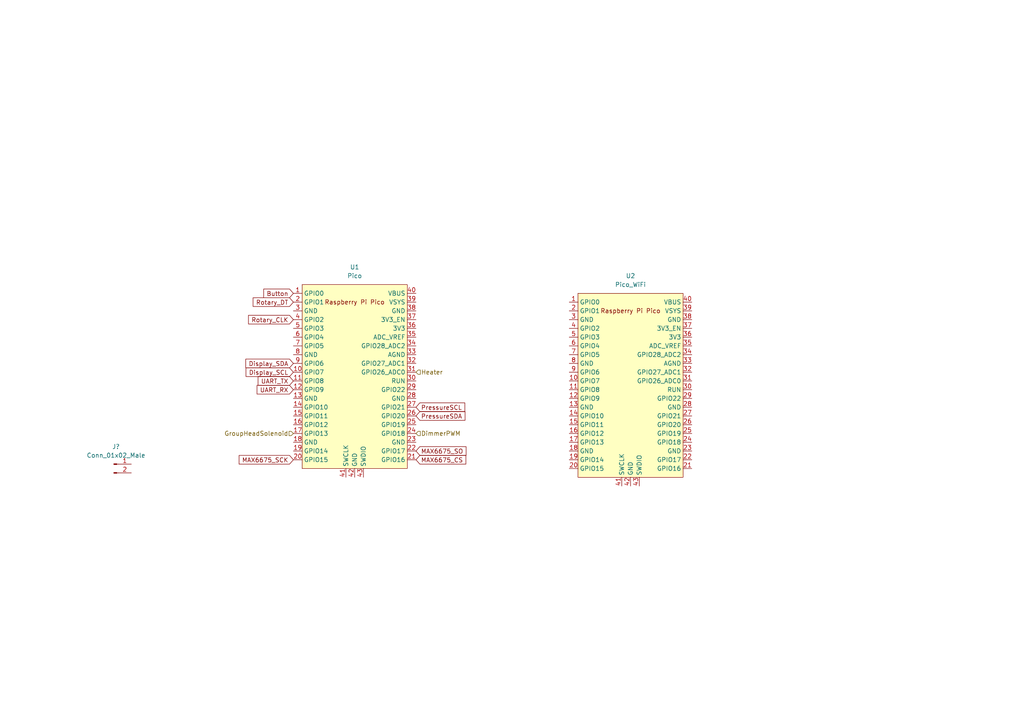
<source format=kicad_sch>
(kicad_sch (version 20211123) (generator eeschema)

  (uuid 231d93d6-c6fb-4ee1-80fe-e77067ba14f3)

  (paper "A4")

  (lib_symbols
    (symbol "Connector:Conn_01x02_Male" (pin_names (offset 1.016) hide) (in_bom yes) (on_board yes)
      (property "Reference" "J" (id 0) (at 0 2.54 0)
        (effects (font (size 1.27 1.27)))
      )
      (property "Value" "Conn_01x02_Male" (id 1) (at 0 -5.08 0)
        (effects (font (size 1.27 1.27)))
      )
      (property "Footprint" "" (id 2) (at 0 0 0)
        (effects (font (size 1.27 1.27)) hide)
      )
      (property "Datasheet" "~" (id 3) (at 0 0 0)
        (effects (font (size 1.27 1.27)) hide)
      )
      (property "ki_keywords" "connector" (id 4) (at 0 0 0)
        (effects (font (size 1.27 1.27)) hide)
      )
      (property "ki_description" "Generic connector, single row, 01x02, script generated (kicad-library-utils/schlib/autogen/connector/)" (id 5) (at 0 0 0)
        (effects (font (size 1.27 1.27)) hide)
      )
      (property "ki_fp_filters" "Connector*:*_1x??_*" (id 6) (at 0 0 0)
        (effects (font (size 1.27 1.27)) hide)
      )
      (symbol "Conn_01x02_Male_1_1"
        (polyline
          (pts
            (xy 1.27 -2.54)
            (xy 0.8636 -2.54)
          )
          (stroke (width 0.1524) (type default) (color 0 0 0 0))
          (fill (type none))
        )
        (polyline
          (pts
            (xy 1.27 0)
            (xy 0.8636 0)
          )
          (stroke (width 0.1524) (type default) (color 0 0 0 0))
          (fill (type none))
        )
        (rectangle (start 0.8636 -2.413) (end 0 -2.667)
          (stroke (width 0.1524) (type default) (color 0 0 0 0))
          (fill (type outline))
        )
        (rectangle (start 0.8636 0.127) (end 0 -0.127)
          (stroke (width 0.1524) (type default) (color 0 0 0 0))
          (fill (type outline))
        )
        (pin passive line (at 5.08 0 180) (length 3.81)
          (name "Pin_1" (effects (font (size 1.27 1.27))))
          (number "1" (effects (font (size 1.27 1.27))))
        )
        (pin passive line (at 5.08 -2.54 180) (length 3.81)
          (name "Pin_2" (effects (font (size 1.27 1.27))))
          (number "2" (effects (font (size 1.27 1.27))))
        )
      )
    )
    (symbol "MCU_RaspberryPi_and_Boards:Pico" (in_bom yes) (on_board yes)
      (property "Reference" "U" (id 0) (at -13.97 27.94 0)
        (effects (font (size 1.27 1.27)))
      )
      (property "Value" "Pico" (id 1) (at 0 19.05 0)
        (effects (font (size 1.27 1.27)))
      )
      (property "Footprint" "RPi_Pico:RPi_Pico_SMD_TH" (id 2) (at 0 0 90)
        (effects (font (size 1.27 1.27)) hide)
      )
      (property "Datasheet" "" (id 3) (at 0 0 0)
        (effects (font (size 1.27 1.27)) hide)
      )
      (symbol "Pico_0_0"
        (text "Raspberry Pi Pico" (at 0 21.59 0)
          (effects (font (size 1.27 1.27)))
        )
      )
      (symbol "Pico_0_1"
        (rectangle (start -15.24 26.67) (end 15.24 -26.67)
          (stroke (width 0) (type default) (color 0 0 0 0))
          (fill (type background))
        )
      )
      (symbol "Pico_1_1"
        (pin bidirectional line (at -17.78 24.13 0) (length 2.54)
          (name "GPIO0" (effects (font (size 1.27 1.27))))
          (number "1" (effects (font (size 1.27 1.27))))
        )
        (pin bidirectional line (at -17.78 1.27 0) (length 2.54)
          (name "GPIO7" (effects (font (size 1.27 1.27))))
          (number "10" (effects (font (size 1.27 1.27))))
        )
        (pin bidirectional line (at -17.78 -1.27 0) (length 2.54)
          (name "GPIO8" (effects (font (size 1.27 1.27))))
          (number "11" (effects (font (size 1.27 1.27))))
        )
        (pin bidirectional line (at -17.78 -3.81 0) (length 2.54)
          (name "GPIO9" (effects (font (size 1.27 1.27))))
          (number "12" (effects (font (size 1.27 1.27))))
        )
        (pin power_in line (at -17.78 -6.35 0) (length 2.54)
          (name "GND" (effects (font (size 1.27 1.27))))
          (number "13" (effects (font (size 1.27 1.27))))
        )
        (pin bidirectional line (at -17.78 -8.89 0) (length 2.54)
          (name "GPIO10" (effects (font (size 1.27 1.27))))
          (number "14" (effects (font (size 1.27 1.27))))
        )
        (pin bidirectional line (at -17.78 -11.43 0) (length 2.54)
          (name "GPIO11" (effects (font (size 1.27 1.27))))
          (number "15" (effects (font (size 1.27 1.27))))
        )
        (pin bidirectional line (at -17.78 -13.97 0) (length 2.54)
          (name "GPIO12" (effects (font (size 1.27 1.27))))
          (number "16" (effects (font (size 1.27 1.27))))
        )
        (pin bidirectional line (at -17.78 -16.51 0) (length 2.54)
          (name "GPIO13" (effects (font (size 1.27 1.27))))
          (number "17" (effects (font (size 1.27 1.27))))
        )
        (pin power_in line (at -17.78 -19.05 0) (length 2.54)
          (name "GND" (effects (font (size 1.27 1.27))))
          (number "18" (effects (font (size 1.27 1.27))))
        )
        (pin bidirectional line (at -17.78 -21.59 0) (length 2.54)
          (name "GPIO14" (effects (font (size 1.27 1.27))))
          (number "19" (effects (font (size 1.27 1.27))))
        )
        (pin bidirectional line (at -17.78 21.59 0) (length 2.54)
          (name "GPIO1" (effects (font (size 1.27 1.27))))
          (number "2" (effects (font (size 1.27 1.27))))
        )
        (pin bidirectional line (at -17.78 -24.13 0) (length 2.54)
          (name "GPIO15" (effects (font (size 1.27 1.27))))
          (number "20" (effects (font (size 1.27 1.27))))
        )
        (pin bidirectional line (at 17.78 -24.13 180) (length 2.54)
          (name "GPIO16" (effects (font (size 1.27 1.27))))
          (number "21" (effects (font (size 1.27 1.27))))
        )
        (pin bidirectional line (at 17.78 -21.59 180) (length 2.54)
          (name "GPIO17" (effects (font (size 1.27 1.27))))
          (number "22" (effects (font (size 1.27 1.27))))
        )
        (pin power_in line (at 17.78 -19.05 180) (length 2.54)
          (name "GND" (effects (font (size 1.27 1.27))))
          (number "23" (effects (font (size 1.27 1.27))))
        )
        (pin bidirectional line (at 17.78 -16.51 180) (length 2.54)
          (name "GPIO18" (effects (font (size 1.27 1.27))))
          (number "24" (effects (font (size 1.27 1.27))))
        )
        (pin bidirectional line (at 17.78 -13.97 180) (length 2.54)
          (name "GPIO19" (effects (font (size 1.27 1.27))))
          (number "25" (effects (font (size 1.27 1.27))))
        )
        (pin bidirectional line (at 17.78 -11.43 180) (length 2.54)
          (name "GPIO20" (effects (font (size 1.27 1.27))))
          (number "26" (effects (font (size 1.27 1.27))))
        )
        (pin bidirectional line (at 17.78 -8.89 180) (length 2.54)
          (name "GPIO21" (effects (font (size 1.27 1.27))))
          (number "27" (effects (font (size 1.27 1.27))))
        )
        (pin power_in line (at 17.78 -6.35 180) (length 2.54)
          (name "GND" (effects (font (size 1.27 1.27))))
          (number "28" (effects (font (size 1.27 1.27))))
        )
        (pin bidirectional line (at 17.78 -3.81 180) (length 2.54)
          (name "GPIO22" (effects (font (size 1.27 1.27))))
          (number "29" (effects (font (size 1.27 1.27))))
        )
        (pin power_in line (at -17.78 19.05 0) (length 2.54)
          (name "GND" (effects (font (size 1.27 1.27))))
          (number "3" (effects (font (size 1.27 1.27))))
        )
        (pin input line (at 17.78 -1.27 180) (length 2.54)
          (name "RUN" (effects (font (size 1.27 1.27))))
          (number "30" (effects (font (size 1.27 1.27))))
        )
        (pin bidirectional line (at 17.78 1.27 180) (length 2.54)
          (name "GPIO26_ADC0" (effects (font (size 1.27 1.27))))
          (number "31" (effects (font (size 1.27 1.27))))
        )
        (pin bidirectional line (at 17.78 3.81 180) (length 2.54)
          (name "GPIO27_ADC1" (effects (font (size 1.27 1.27))))
          (number "32" (effects (font (size 1.27 1.27))))
        )
        (pin power_in line (at 17.78 6.35 180) (length 2.54)
          (name "AGND" (effects (font (size 1.27 1.27))))
          (number "33" (effects (font (size 1.27 1.27))))
        )
        (pin bidirectional line (at 17.78 8.89 180) (length 2.54)
          (name "GPIO28_ADC2" (effects (font (size 1.27 1.27))))
          (number "34" (effects (font (size 1.27 1.27))))
        )
        (pin power_in line (at 17.78 11.43 180) (length 2.54)
          (name "ADC_VREF" (effects (font (size 1.27 1.27))))
          (number "35" (effects (font (size 1.27 1.27))))
        )
        (pin power_in line (at 17.78 13.97 180) (length 2.54)
          (name "3V3" (effects (font (size 1.27 1.27))))
          (number "36" (effects (font (size 1.27 1.27))))
        )
        (pin input line (at 17.78 16.51 180) (length 2.54)
          (name "3V3_EN" (effects (font (size 1.27 1.27))))
          (number "37" (effects (font (size 1.27 1.27))))
        )
        (pin bidirectional line (at 17.78 19.05 180) (length 2.54)
          (name "GND" (effects (font (size 1.27 1.27))))
          (number "38" (effects (font (size 1.27 1.27))))
        )
        (pin power_in line (at 17.78 21.59 180) (length 2.54)
          (name "VSYS" (effects (font (size 1.27 1.27))))
          (number "39" (effects (font (size 1.27 1.27))))
        )
        (pin bidirectional line (at -17.78 16.51 0) (length 2.54)
          (name "GPIO2" (effects (font (size 1.27 1.27))))
          (number "4" (effects (font (size 1.27 1.27))))
        )
        (pin power_in line (at 17.78 24.13 180) (length 2.54)
          (name "VBUS" (effects (font (size 1.27 1.27))))
          (number "40" (effects (font (size 1.27 1.27))))
        )
        (pin input line (at -2.54 -29.21 90) (length 2.54)
          (name "SWCLK" (effects (font (size 1.27 1.27))))
          (number "41" (effects (font (size 1.27 1.27))))
        )
        (pin power_in line (at 0 -29.21 90) (length 2.54)
          (name "GND" (effects (font (size 1.27 1.27))))
          (number "42" (effects (font (size 1.27 1.27))))
        )
        (pin bidirectional line (at 2.54 -29.21 90) (length 2.54)
          (name "SWDIO" (effects (font (size 1.27 1.27))))
          (number "43" (effects (font (size 1.27 1.27))))
        )
        (pin bidirectional line (at -17.78 13.97 0) (length 2.54)
          (name "GPIO3" (effects (font (size 1.27 1.27))))
          (number "5" (effects (font (size 1.27 1.27))))
        )
        (pin bidirectional line (at -17.78 11.43 0) (length 2.54)
          (name "GPIO4" (effects (font (size 1.27 1.27))))
          (number "6" (effects (font (size 1.27 1.27))))
        )
        (pin bidirectional line (at -17.78 8.89 0) (length 2.54)
          (name "GPIO5" (effects (font (size 1.27 1.27))))
          (number "7" (effects (font (size 1.27 1.27))))
        )
        (pin power_in line (at -17.78 6.35 0) (length 2.54)
          (name "GND" (effects (font (size 1.27 1.27))))
          (number "8" (effects (font (size 1.27 1.27))))
        )
        (pin bidirectional line (at -17.78 3.81 0) (length 2.54)
          (name "GPIO6" (effects (font (size 1.27 1.27))))
          (number "9" (effects (font (size 1.27 1.27))))
        )
      )
    )
    (symbol "MCU_RaspberryPi_and_Boards:Pico_WiFi" (in_bom yes) (on_board yes)
      (property "Reference" "U" (id 0) (at -13.97 27.94 0)
        (effects (font (size 1.27 1.27)))
      )
      (property "Value" "Pico_WiFi" (id 1) (at 0 19.05 0)
        (effects (font (size 1.27 1.27)))
      )
      (property "Footprint" "RPi_Pico:RPi_Pico_SMD_TH" (id 2) (at 0 0 90)
        (effects (font (size 1.27 1.27)) hide)
      )
      (property "Datasheet" "" (id 3) (at 0 0 0)
        (effects (font (size 1.27 1.27)) hide)
      )
      (symbol "Pico_WiFi_0_0"
        (text "Raspberry Pi Pico" (at 0 21.59 0)
          (effects (font (size 1.27 1.27)))
        )
      )
      (symbol "Pico_WiFi_0_1"
        (rectangle (start -15.24 26.67) (end 15.24 -26.67)
          (stroke (width 0) (type default) (color 0 0 0 0))
          (fill (type background))
        )
      )
      (symbol "Pico_WiFi_1_1"
        (pin bidirectional line (at -17.78 24.13 0) (length 2.54)
          (name "GPIO0" (effects (font (size 1.27 1.27))))
          (number "1" (effects (font (size 1.27 1.27))))
        )
        (pin bidirectional line (at -17.78 1.27 0) (length 2.54)
          (name "GPIO7" (effects (font (size 1.27 1.27))))
          (number "10" (effects (font (size 1.27 1.27))))
        )
        (pin bidirectional line (at -17.78 -1.27 0) (length 2.54)
          (name "GPIO8" (effects (font (size 1.27 1.27))))
          (number "11" (effects (font (size 1.27 1.27))))
        )
        (pin bidirectional line (at -17.78 -3.81 0) (length 2.54)
          (name "GPIO9" (effects (font (size 1.27 1.27))))
          (number "12" (effects (font (size 1.27 1.27))))
        )
        (pin power_in line (at -17.78 -6.35 0) (length 2.54)
          (name "GND" (effects (font (size 1.27 1.27))))
          (number "13" (effects (font (size 1.27 1.27))))
        )
        (pin bidirectional line (at -17.78 -8.89 0) (length 2.54)
          (name "GPIO10" (effects (font (size 1.27 1.27))))
          (number "14" (effects (font (size 1.27 1.27))))
        )
        (pin bidirectional line (at -17.78 -11.43 0) (length 2.54)
          (name "GPIO11" (effects (font (size 1.27 1.27))))
          (number "15" (effects (font (size 1.27 1.27))))
        )
        (pin bidirectional line (at -17.78 -13.97 0) (length 2.54)
          (name "GPIO12" (effects (font (size 1.27 1.27))))
          (number "16" (effects (font (size 1.27 1.27))))
        )
        (pin bidirectional line (at -17.78 -16.51 0) (length 2.54)
          (name "GPIO13" (effects (font (size 1.27 1.27))))
          (number "17" (effects (font (size 1.27 1.27))))
        )
        (pin power_in line (at -17.78 -19.05 0) (length 2.54)
          (name "GND" (effects (font (size 1.27 1.27))))
          (number "18" (effects (font (size 1.27 1.27))))
        )
        (pin bidirectional line (at -17.78 -21.59 0) (length 2.54)
          (name "GPIO14" (effects (font (size 1.27 1.27))))
          (number "19" (effects (font (size 1.27 1.27))))
        )
        (pin bidirectional line (at -17.78 21.59 0) (length 2.54)
          (name "GPIO1" (effects (font (size 1.27 1.27))))
          (number "2" (effects (font (size 1.27 1.27))))
        )
        (pin bidirectional line (at -17.78 -24.13 0) (length 2.54)
          (name "GPIO15" (effects (font (size 1.27 1.27))))
          (number "20" (effects (font (size 1.27 1.27))))
        )
        (pin bidirectional line (at 17.78 -24.13 180) (length 2.54)
          (name "GPIO16" (effects (font (size 1.27 1.27))))
          (number "21" (effects (font (size 1.27 1.27))))
        )
        (pin bidirectional line (at 17.78 -21.59 180) (length 2.54)
          (name "GPIO17" (effects (font (size 1.27 1.27))))
          (number "22" (effects (font (size 1.27 1.27))))
        )
        (pin power_in line (at 17.78 -19.05 180) (length 2.54)
          (name "GND" (effects (font (size 1.27 1.27))))
          (number "23" (effects (font (size 1.27 1.27))))
        )
        (pin bidirectional line (at 17.78 -16.51 180) (length 2.54)
          (name "GPIO18" (effects (font (size 1.27 1.27))))
          (number "24" (effects (font (size 1.27 1.27))))
        )
        (pin bidirectional line (at 17.78 -13.97 180) (length 2.54)
          (name "GPIO19" (effects (font (size 1.27 1.27))))
          (number "25" (effects (font (size 1.27 1.27))))
        )
        (pin bidirectional line (at 17.78 -11.43 180) (length 2.54)
          (name "GPIO20" (effects (font (size 1.27 1.27))))
          (number "26" (effects (font (size 1.27 1.27))))
        )
        (pin bidirectional line (at 17.78 -8.89 180) (length 2.54)
          (name "GPIO21" (effects (font (size 1.27 1.27))))
          (number "27" (effects (font (size 1.27 1.27))))
        )
        (pin power_in line (at 17.78 -6.35 180) (length 2.54)
          (name "GND" (effects (font (size 1.27 1.27))))
          (number "28" (effects (font (size 1.27 1.27))))
        )
        (pin bidirectional line (at 17.78 -3.81 180) (length 2.54)
          (name "GPIO22" (effects (font (size 1.27 1.27))))
          (number "29" (effects (font (size 1.27 1.27))))
        )
        (pin power_in line (at -17.78 19.05 0) (length 2.54)
          (name "GND" (effects (font (size 1.27 1.27))))
          (number "3" (effects (font (size 1.27 1.27))))
        )
        (pin input line (at 17.78 -1.27 180) (length 2.54)
          (name "RUN" (effects (font (size 1.27 1.27))))
          (number "30" (effects (font (size 1.27 1.27))))
        )
        (pin bidirectional line (at 17.78 1.27 180) (length 2.54)
          (name "GPIO26_ADC0" (effects (font (size 1.27 1.27))))
          (number "31" (effects (font (size 1.27 1.27))))
        )
        (pin bidirectional line (at 17.78 3.81 180) (length 2.54)
          (name "GPIO27_ADC1" (effects (font (size 1.27 1.27))))
          (number "32" (effects (font (size 1.27 1.27))))
        )
        (pin power_in line (at 17.78 6.35 180) (length 2.54)
          (name "AGND" (effects (font (size 1.27 1.27))))
          (number "33" (effects (font (size 1.27 1.27))))
        )
        (pin bidirectional line (at 17.78 8.89 180) (length 2.54)
          (name "GPIO28_ADC2" (effects (font (size 1.27 1.27))))
          (number "34" (effects (font (size 1.27 1.27))))
        )
        (pin power_in line (at 17.78 11.43 180) (length 2.54)
          (name "ADC_VREF" (effects (font (size 1.27 1.27))))
          (number "35" (effects (font (size 1.27 1.27))))
        )
        (pin power_in line (at 17.78 13.97 180) (length 2.54)
          (name "3V3" (effects (font (size 1.27 1.27))))
          (number "36" (effects (font (size 1.27 1.27))))
        )
        (pin input line (at 17.78 16.51 180) (length 2.54)
          (name "3V3_EN" (effects (font (size 1.27 1.27))))
          (number "37" (effects (font (size 1.27 1.27))))
        )
        (pin bidirectional line (at 17.78 19.05 180) (length 2.54)
          (name "GND" (effects (font (size 1.27 1.27))))
          (number "38" (effects (font (size 1.27 1.27))))
        )
        (pin power_in line (at 17.78 21.59 180) (length 2.54)
          (name "VSYS" (effects (font (size 1.27 1.27))))
          (number "39" (effects (font (size 1.27 1.27))))
        )
        (pin bidirectional line (at -17.78 16.51 0) (length 2.54)
          (name "GPIO2" (effects (font (size 1.27 1.27))))
          (number "4" (effects (font (size 1.27 1.27))))
        )
        (pin power_in line (at 17.78 24.13 180) (length 2.54)
          (name "VBUS" (effects (font (size 1.27 1.27))))
          (number "40" (effects (font (size 1.27 1.27))))
        )
        (pin input line (at -2.54 -29.21 90) (length 2.54)
          (name "SWCLK" (effects (font (size 1.27 1.27))))
          (number "41" (effects (font (size 1.27 1.27))))
        )
        (pin power_in line (at 0 -29.21 90) (length 2.54)
          (name "GND" (effects (font (size 1.27 1.27))))
          (number "42" (effects (font (size 1.27 1.27))))
        )
        (pin bidirectional line (at 2.54 -29.21 90) (length 2.54)
          (name "SWDIO" (effects (font (size 1.27 1.27))))
          (number "43" (effects (font (size 1.27 1.27))))
        )
        (pin bidirectional line (at -17.78 13.97 0) (length 2.54)
          (name "GPIO3" (effects (font (size 1.27 1.27))))
          (number "5" (effects (font (size 1.27 1.27))))
        )
        (pin bidirectional line (at -17.78 11.43 0) (length 2.54)
          (name "GPIO4" (effects (font (size 1.27 1.27))))
          (number "6" (effects (font (size 1.27 1.27))))
        )
        (pin bidirectional line (at -17.78 8.89 0) (length 2.54)
          (name "GPIO5" (effects (font (size 1.27 1.27))))
          (number "7" (effects (font (size 1.27 1.27))))
        )
        (pin power_in line (at -17.78 6.35 0) (length 2.54)
          (name "GND" (effects (font (size 1.27 1.27))))
          (number "8" (effects (font (size 1.27 1.27))))
        )
        (pin bidirectional line (at -17.78 3.81 0) (length 2.54)
          (name "GPIO6" (effects (font (size 1.27 1.27))))
          (number "9" (effects (font (size 1.27 1.27))))
        )
      )
    )
  )


  (global_label "UART_RX" (shape input) (at 85.09 113.03 180) (fields_autoplaced)
    (effects (font (size 1.27 1.27)) (justify right))
    (uuid 041481bd-936b-408b-8ef3-8987c622325b)
    (property "Intersheet References" "${INTERSHEET_REFS}" (id 0) (at 74.5731 112.9506 0)
      (effects (font (size 1.27 1.27)) (justify right) hide)
    )
  )
  (global_label "MAX6675_SO" (shape input) (at 120.65 130.81 0) (fields_autoplaced)
    (effects (font (size 1.27 1.27)) (justify left))
    (uuid 0c901110-1abe-4b8b-893e-886a34773609)
    (property "Intersheet References" "${INTERSHEET_REFS}" (id 0) (at 135.1583 130.7306 0)
      (effects (font (size 1.27 1.27)) (justify left) hide)
    )
  )
  (global_label "Rotary_DT" (shape input) (at 85.09 87.63 180) (fields_autoplaced)
    (effects (font (size 1.27 1.27)) (justify right))
    (uuid 1f9ae0bb-cee0-40b1-bf55-819f65715356)
    (property "Intersheet References" "${INTERSHEET_REFS}" (id 0) (at 73.424 87.5506 0)
      (effects (font (size 1.27 1.27)) (justify right) hide)
    )
  )
  (global_label "UART_TX" (shape input) (at 85.09 110.49 180) (fields_autoplaced)
    (effects (font (size 1.27 1.27)) (justify right))
    (uuid 2f14b3a2-9846-4775-bad2-99d0dfda24fa)
    (property "Intersheet References" "${INTERSHEET_REFS}" (id 0) (at 74.8755 110.4106 0)
      (effects (font (size 1.27 1.27)) (justify right) hide)
    )
  )
  (global_label "PressureSCL" (shape input) (at 120.65 118.11 0) (fields_autoplaced)
    (effects (font (size 1.27 1.27)) (justify left))
    (uuid 55fc1099-41ce-4f6d-90fd-ebe0dded0a26)
    (property "Intersheet References" "${INTERSHEET_REFS}" (id 0) (at 134.7955 118.0306 0)
      (effects (font (size 1.27 1.27)) (justify left) hide)
    )
  )
  (global_label "MAX6675_CS" (shape input) (at 120.65 133.35 0) (fields_autoplaced)
    (effects (font (size 1.27 1.27)) (justify left))
    (uuid 828b403d-b25a-4d76-8380-2bcd4c99f513)
    (property "Intersheet References" "${INTERSHEET_REFS}" (id 0) (at 135.0979 133.4294 0)
      (effects (font (size 1.27 1.27)) (justify left) hide)
    )
  )
  (global_label "MAX6675_SCK" (shape input) (at 85.09 133.35 180) (fields_autoplaced)
    (effects (font (size 1.27 1.27)) (justify right))
    (uuid 9bd60bc3-163f-4869-9c61-58d35ab4dd10)
    (property "Intersheet References" "${INTERSHEET_REFS}" (id 0) (at 69.3721 133.2706 0)
      (effects (font (size 1.27 1.27)) (justify right) hide)
    )
  )
  (global_label "Rotary_CLK" (shape input) (at 85.09 92.71 180) (fields_autoplaced)
    (effects (font (size 1.27 1.27)) (justify right))
    (uuid a2b286e9-a2fb-4234-9ce1-819c74cf05d6)
    (property "Intersheet References" "${INTERSHEET_REFS}" (id 0) (at 72.0936 92.6306 0)
      (effects (font (size 1.27 1.27)) (justify right) hide)
    )
  )
  (global_label "PressureSDA" (shape input) (at 120.65 120.65 0) (fields_autoplaced)
    (effects (font (size 1.27 1.27)) (justify left))
    (uuid b4791538-65a6-44a6-87b7-0cc5451a19b8)
    (property "Intersheet References" "${INTERSHEET_REFS}" (id 0) (at 134.856 120.5706 0)
      (effects (font (size 1.27 1.27)) (justify left) hide)
    )
  )
  (global_label "Button" (shape input) (at 85.09 85.09 180) (fields_autoplaced)
    (effects (font (size 1.27 1.27)) (justify right))
    (uuid d09b3e29-7fdc-4cec-b00b-417e1d5d3ab7)
    (property "Intersheet References" "${INTERSHEET_REFS}" (id 0) (at 76.5083 85.0106 0)
      (effects (font (size 1.27 1.27)) (justify right) hide)
    )
  )
  (global_label "Display_SCL" (shape input) (at 85.09 107.95 180) (fields_autoplaced)
    (effects (font (size 1.27 1.27)) (justify right))
    (uuid dfa4f6e2-f53a-430a-8f34-7b1165704f3b)
    (property "Intersheet References" "${INTERSHEET_REFS}" (id 0) (at 71.3679 107.8706 0)
      (effects (font (size 1.27 1.27)) (justify right) hide)
    )
  )
  (global_label "Display_SDA" (shape input) (at 85.09 105.41 180) (fields_autoplaced)
    (effects (font (size 1.27 1.27)) (justify right))
    (uuid f7f5e017-db32-4a6e-bf28-36e86521dc11)
    (property "Intersheet References" "${INTERSHEET_REFS}" (id 0) (at 71.3074 105.3306 0)
      (effects (font (size 1.27 1.27)) (justify right) hide)
    )
  )

  (hierarchical_label "GroupHeadSolenoid" (shape input) (at 85.09 125.73 180)
    (effects (font (size 1.27 1.27)) (justify right))
    (uuid 756a99df-6f14-4266-9d01-4ca6fc062b1d)
  )
  (hierarchical_label "Heater" (shape input) (at 120.65 107.95 0)
    (effects (font (size 1.27 1.27)) (justify left))
    (uuid 8354de4e-323b-49ea-867c-e4cbfa244172)
  )
  (hierarchical_label "DimmerPWM" (shape input) (at 120.65 125.73 0)
    (effects (font (size 1.27 1.27)) (justify left))
    (uuid 919b4b4c-18d9-42d8-a163-2b1cdf470598)
  )

  (symbol (lib_id "Connector:Conn_01x02_Male") (at 33.02 134.62 0) (unit 1)
    (in_bom yes) (on_board yes) (fields_autoplaced)
    (uuid 3d4cfd87-40bf-404a-939f-7f1a4bb9f65b)
    (property "Reference" "J?" (id 0) (at 33.655 129.54 0))
    (property "Value" "Conn_01x02_Male" (id 1) (at 33.655 132.08 0))
    (property "Footprint" "" (id 2) (at 33.02 134.62 0)
      (effects (font (size 1.27 1.27)) hide)
    )
    (property "Datasheet" "~" (id 3) (at 33.02 134.62 0)
      (effects (font (size 1.27 1.27)) hide)
    )
    (pin "1" (uuid db71a595-cd30-49ed-8c15-0c477e5462bd))
    (pin "2" (uuid fa8c73f6-a43f-444f-a688-e3ac84e2d8be))
  )

  (symbol (lib_id "MCU_RaspberryPi_and_Boards:Pico") (at 102.87 109.22 0) (unit 1)
    (in_bom yes) (on_board yes) (fields_autoplaced)
    (uuid a1a26910-ad02-491b-87ba-b3ce2db8ff52)
    (property "Reference" "U1" (id 0) (at 102.87 77.47 0))
    (property "Value" "Pico" (id 1) (at 102.87 80.01 0))
    (property "Footprint" "MCU_RaspberryPi_and_Boards:RPi_Pico_SMD_TH" (id 2) (at 102.87 109.22 90)
      (effects (font (size 1.27 1.27)) hide)
    )
    (property "Datasheet" "" (id 3) (at 102.87 109.22 0)
      (effects (font (size 1.27 1.27)) hide)
    )
    (pin "1" (uuid a02d188c-6ead-4323-be0a-f61acb50fc53))
    (pin "10" (uuid 961f9ec5-1e83-49a3-98f0-f5ae0dcc9948))
    (pin "11" (uuid c4844e6f-4448-4ce8-b8e8-8daf161de084))
    (pin "12" (uuid d85e13bc-11d3-4dd8-be68-895f4d019191))
    (pin "13" (uuid 101c5be1-ff14-4af6-bf41-d7891abf98b0))
    (pin "14" (uuid cb15f35a-459c-474b-b957-9f9a7c7002bd))
    (pin "15" (uuid 0dce4d9a-8b71-4ef9-b855-5483c7e1a26e))
    (pin "16" (uuid bdfb6a4d-de14-4cac-ad97-d287f14328e2))
    (pin "17" (uuid 480f381d-74fa-4018-947a-26c2feeb6bd0))
    (pin "18" (uuid 68578bd4-c742-4648-8cd8-133c56c605b1))
    (pin "19" (uuid ea3dd5f6-0d20-4d82-a55c-c7fff7cf7dbe))
    (pin "2" (uuid 47b5a8a6-104f-472a-8af8-4667aac2e084))
    (pin "20" (uuid a8805906-6705-4ea6-a15f-9feff230a328))
    (pin "21" (uuid 58576aaa-c42e-4ddd-ad6e-b5b7a1396463))
    (pin "22" (uuid b7b91b53-8cfe-47eb-93cf-74d6f66d285a))
    (pin "23" (uuid df485671-b015-41f4-8001-8313c34d81a4))
    (pin "24" (uuid eecce635-a775-48a2-b3da-8903bfbb7e07))
    (pin "25" (uuid efd0e98e-7fa8-4dcd-948e-e05a61b22235))
    (pin "26" (uuid b9f5ec63-3136-46dc-9446-571dce1e9b75))
    (pin "27" (uuid f108c8ba-6e2c-44d2-b681-e82e480885e6))
    (pin "28" (uuid 9d84a97f-2450-4ed6-a081-f98a52c08360))
    (pin "29" (uuid e93a2df6-7361-4fb3-b2f2-af2868f91b9b))
    (pin "3" (uuid 33aef953-7bd8-4087-bd1e-f2d083f882c7))
    (pin "30" (uuid 6386bdb6-e980-4158-a6e6-79c678d5a24e))
    (pin "31" (uuid 7d2ffb14-d66a-4136-ad23-ce43305ade74))
    (pin "32" (uuid c4c20f1a-4cc4-423e-a60a-7c3de7d9e2c1))
    (pin "33" (uuid 3be5785d-6c51-4d9c-a03c-5d9b3477f776))
    (pin "34" (uuid 4575a5fe-761f-467f-9986-50cbf02b0f28))
    (pin "35" (uuid f5178d53-7a72-4ed9-a594-88f9ab34541b))
    (pin "36" (uuid 94a9448e-fedb-4cc1-92d2-b4e57cf8e83e))
    (pin "37" (uuid 81e16174-d917-40d8-8f48-4697103e4002))
    (pin "38" (uuid 57550163-3595-435d-89ff-09ccda63cd6c))
    (pin "39" (uuid caa18855-573b-4572-9dad-8e8c406e9bca))
    (pin "4" (uuid e2a8a871-ee35-4a5b-82c0-5c90e00af8ca))
    (pin "40" (uuid 3cceebd0-74a4-4154-b986-68367bc7b101))
    (pin "41" (uuid 1f239c3c-1fee-4796-9d15-8dfe2c61d3de))
    (pin "42" (uuid d506a4f1-e28d-4ce1-a2a9-2fb3470876ca))
    (pin "43" (uuid 1eaeb4b2-c479-4db7-a374-0798ff7c77c6))
    (pin "5" (uuid 79e3ee9c-76dd-49a8-bbd0-eca44d07266d))
    (pin "6" (uuid a2242da0-f054-4215-9558-eaef32f20465))
    (pin "7" (uuid 4aa9079c-d16c-4686-96d3-cddecd9ab146))
    (pin "8" (uuid 765732df-badb-4c26-abc9-b9e7630f6ff6))
    (pin "9" (uuid 37fdc941-12fa-4921-bda8-ddf36b6e1ac1))
  )

  (symbol (lib_id "MCU_RaspberryPi_and_Boards:Pico_WiFi") (at 182.88 111.76 0) (unit 1)
    (in_bom yes) (on_board yes) (fields_autoplaced)
    (uuid a23dc7d1-f994-4417-a95d-774b11f1abab)
    (property "Reference" "U2" (id 0) (at 182.88 80.01 0))
    (property "Value" "Pico_WiFi" (id 1) (at 182.88 82.55 0))
    (property "Footprint" "MCU_RaspberryPi_and_Boards:RPi_Pico_SMD_TH_WIFI" (id 2) (at 182.88 111.76 90)
      (effects (font (size 1.27 1.27)) hide)
    )
    (property "Datasheet" "" (id 3) (at 182.88 111.76 0)
      (effects (font (size 1.27 1.27)) hide)
    )
    (pin "1" (uuid 59a47e32-001f-4ee0-a4c5-06e6b92dc3af))
    (pin "10" (uuid b5bc0e72-c474-46ab-8c74-a98bc59b6435))
    (pin "11" (uuid 91145906-0232-4d61-a0ba-1ead887c54b5))
    (pin "12" (uuid db8213ce-4abc-42ed-9de2-ae90fa08575f))
    (pin "13" (uuid 85a11d1c-2299-4984-9a6a-9291d1d30036))
    (pin "14" (uuid 6653dd50-d50e-4edb-b48d-aac32553ca3f))
    (pin "15" (uuid 144b29a7-9ff1-4e4b-bb49-a3e9ea74ac50))
    (pin "16" (uuid 01ad1f73-6c3d-407f-878c-778a6ecc6b8c))
    (pin "17" (uuid 2ea8e8ba-e485-479e-b3fc-96c74fdccc19))
    (pin "18" (uuid 29bf72b8-2ef7-4fee-a2c7-c69299cdd1fc))
    (pin "19" (uuid 8da54f55-17af-41cc-bd88-3072e4c8b43a))
    (pin "2" (uuid 2c4a9aa1-e7d3-498d-99f9-f5e3756d6c54))
    (pin "20" (uuid 2ea4da5c-1c7d-4ec4-85b8-2f518d552aaa))
    (pin "21" (uuid 852ac4b1-2d7c-44bb-8907-aba5cb1bc819))
    (pin "22" (uuid f05c3402-29dd-45c0-a46c-be2ac8d87ab8))
    (pin "23" (uuid 718f3b5e-5383-4a1b-8b3d-58cbb2c6d71d))
    (pin "24" (uuid e5133e4b-b15e-40ce-81b1-e36339e2e6ea))
    (pin "25" (uuid 5e038c36-a655-40d5-9fb9-b4f9e46f389a))
    (pin "26" (uuid e3e83e20-4f86-4479-b595-4a0c634e517d))
    (pin "27" (uuid 535abe04-c3b1-4b2c-ba05-5611ada25b06))
    (pin "28" (uuid f7e1ea81-0a7b-4345-b4ea-2ad6eddec665))
    (pin "29" (uuid 72343ec4-7616-43fe-a30c-5266671b016d))
    (pin "3" (uuid b3e610f2-8177-416a-8f6a-916a79a43f43))
    (pin "30" (uuid a0e51582-d2ea-441f-87da-91e782a6e874))
    (pin "31" (uuid 28dbdde6-c193-46f7-82c9-82e693067c7c))
    (pin "32" (uuid 0455a946-f924-4593-8da7-33ed3cf4f773))
    (pin "33" (uuid 8514c3a2-6d96-4e9b-8b17-281cefb37385))
    (pin "34" (uuid 4e31fbf5-8610-4c1f-b5c8-21110164cfce))
    (pin "35" (uuid 77f0b5c3-1741-4f75-a33b-4bf31cdf05e7))
    (pin "36" (uuid 73696d97-0260-4dba-81e0-5d855a2afe4b))
    (pin "37" (uuid cc7b389f-f59a-49a9-8b4a-d3cb0a51f9a3))
    (pin "38" (uuid 2117e3cf-d9fb-4ce3-813e-c3bd37b7f1e1))
    (pin "39" (uuid 1cd9b468-8feb-46b9-b004-f12e7ff2627e))
    (pin "4" (uuid 6cfde659-4572-47e4-9988-62b4ce67add3))
    (pin "40" (uuid fbdb8d59-33c1-4b95-b991-b302660de45d))
    (pin "41" (uuid 099ea642-8a1d-44fd-ba12-81e6d5e8f24d))
    (pin "42" (uuid f682a067-f178-4474-9fca-4a67784bb932))
    (pin "43" (uuid 531c06b3-1a42-4dc8-9485-c385dd6b979e))
    (pin "5" (uuid a9f05fc8-df42-4f7a-9ef4-7652c2c352ea))
    (pin "6" (uuid 8fee13a3-fdcc-489c-8720-731a0825e774))
    (pin "7" (uuid d65dfa1f-64fa-47bb-95c6-6ad834c78c8b))
    (pin "8" (uuid 3d96783a-d806-44f4-8f64-c90ce735ac9f))
    (pin "9" (uuid 44b69876-1833-4d37-a756-df780b8c5083))
  )

  (sheet_instances
    (path "/" (page "1"))
  )

  (symbol_instances
    (path "/3d4cfd87-40bf-404a-939f-7f1a4bb9f65b"
      (reference "J?") (unit 1) (value "Conn_01x02_Male") (footprint "")
    )
    (path "/a1a26910-ad02-491b-87ba-b3ce2db8ff52"
      (reference "U1") (unit 1) (value "Pico") (footprint "MCU_RaspberryPi_and_Boards:RPi_Pico_SMD_TH")
    )
    (path "/a23dc7d1-f994-4417-a95d-774b11f1abab"
      (reference "U2") (unit 1) (value "Pico_WiFi") (footprint "MCU_RaspberryPi_and_Boards:RPi_Pico_SMD_TH_WIFI")
    )
  )
)

</source>
